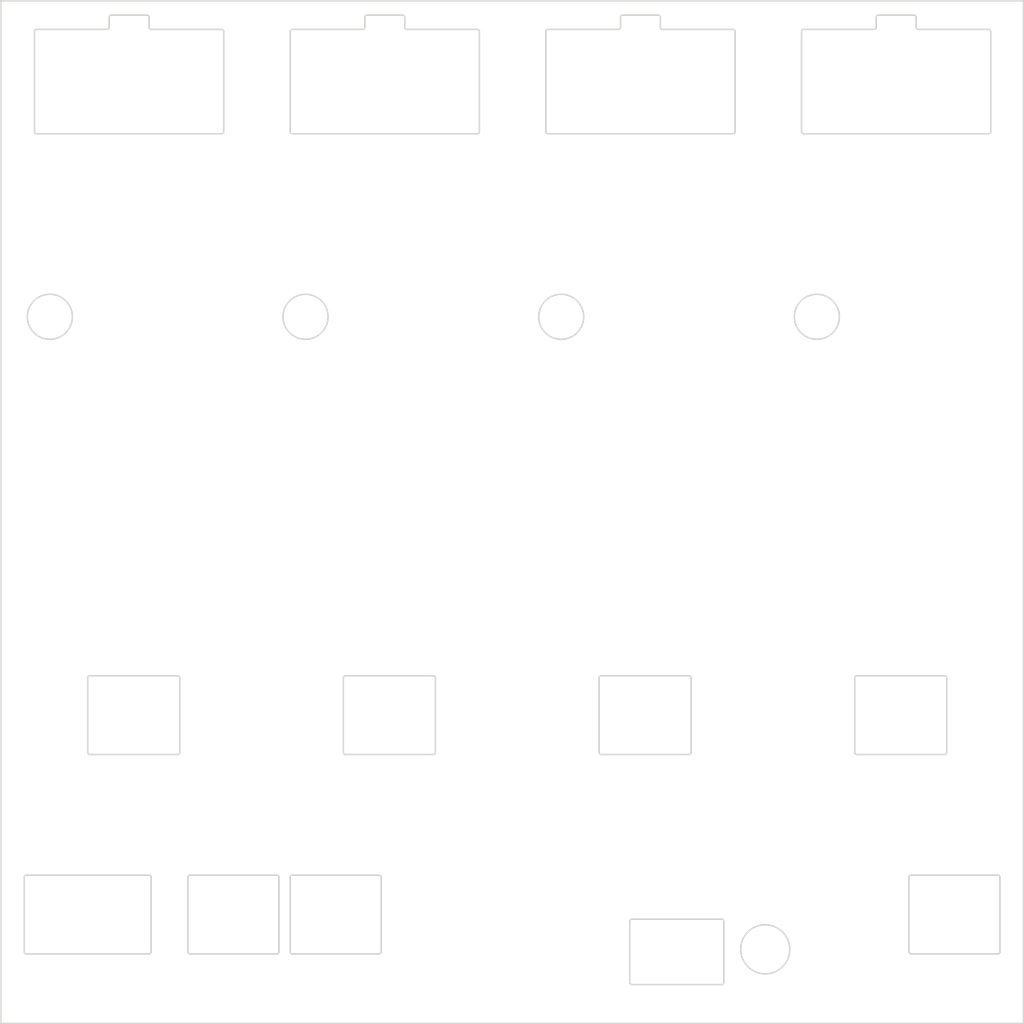
<source format=kicad_pcb>
(kicad_pcb (version 4) (host pcbnew 4.0.7+dfsg1-1~bpo9+1)

  (general
    (links 0)
    (no_connects 33)
    (area 99.924999 49.924999 200.075001 150.075001)
    (thickness 1.6)
    (drawings 218)
    (tracks 0)
    (zones 0)
    (modules 0)
    (nets 1)
  )

  (page A4)
  (layers
    (0 F.Cu signal)
    (31 B.Cu signal)
    (32 B.Adhes user)
    (33 F.Adhes user)
    (34 B.Paste user)
    (35 F.Paste user)
    (36 B.SilkS user)
    (37 F.SilkS user)
    (38 B.Mask user)
    (39 F.Mask user)
    (40 Dwgs.User user)
    (41 Cmts.User user)
    (42 Eco1.User user)
    (43 Eco2.User user)
    (44 Edge.Cuts user)
    (45 Margin user)
    (46 B.CrtYd user)
    (47 F.CrtYd user)
    (48 B.Fab user)
    (49 F.Fab user)
  )

  (setup
    (last_trace_width 0.3)
    (user_trace_width 0.3)
    (user_trace_width 0.5)
    (user_trace_width 0.7)
    (user_trace_width 1)
    (user_trace_width 1.5)
    (user_trace_width 2)
    (trace_clearance 0.19)
    (zone_clearance 0.2)
    (zone_45_only yes)
    (trace_min 0.3)
    (segment_width 0.2)
    (edge_width 0.15)
    (via_size 0.7)
    (via_drill 0.4)
    (via_min_size 0.7)
    (via_min_drill 0.4)
    (user_via 0.7 0.4)
    (user_via 1.1 0.7)
    (uvia_size 0.3)
    (uvia_drill 0.1)
    (uvias_allowed no)
    (uvia_min_size 0.2)
    (uvia_min_drill 0.1)
    (pcb_text_width 0.3)
    (pcb_text_size 1.5 1.5)
    (mod_edge_width 0.15)
    (mod_text_size 1 1)
    (mod_text_width 0.15)
    (pad_size 1.524 1.524)
    (pad_drill 0.762)
    (pad_to_mask_clearance 0.08)
    (aux_axis_origin 100 150)
    (grid_origin 100 150)
    (visible_elements FFFFFF7F)
    (pcbplotparams
      (layerselection 0x00030_80000001)
      (usegerberextensions false)
      (excludeedgelayer true)
      (linewidth 0.100000)
      (plotframeref false)
      (viasonmask false)
      (mode 1)
      (useauxorigin false)
      (hpglpennumber 1)
      (hpglpenspeed 20)
      (hpglpendiameter 15)
      (hpglpenoverlay 2)
      (psnegative false)
      (psa4output false)
      (plotreference true)
      (plotvalue true)
      (plotinvisibletext false)
      (padsonsilk false)
      (subtractmaskfromsilk false)
      (outputformat 1)
      (mirror false)
      (drillshape 1)
      (scaleselection 1)
      (outputdirectory ""))
  )

  (net 0 "")

  (net_class Default "This is the default net class."
    (clearance 0.19)
    (trace_width 0.3)
    (via_dia 0.7)
    (via_drill 0.4)
    (uvia_dia 0.3)
    (uvia_drill 0.1)
    (add_net /CANH)
    (add_net /CANL)
    (add_net /DATA)
    (add_net /ICSP_MISO)
    (add_net /ICSP_MOSI)
    (add_net /ICSP_SCK)
    (add_net /Output_1/6V_Regulator/BOOT)
    (add_net /Output_1/6V_Regulator/FB)
    (add_net /Output_1/DATA_+)
    (add_net /Output_1/DATA_-)
    (add_net /Output_1/DATA_ISO)
    (add_net /Output_1/IR_ON+)
    (add_net /Output_1/IR_ON-)
    (add_net /Output_1/TRIGGER)
    (add_net /Output_1/TRIGGER_ISO)
    (add_net /Output_1/~FAIL)
    (add_net /Output_2/6V_Regulator/BOOT)
    (add_net /Output_2/6V_Regulator/FB)
    (add_net /Output_2/DATA_+)
    (add_net /Output_2/DATA_-)
    (add_net /Output_2/DATA_ISO)
    (add_net /Output_2/IR_ON+)
    (add_net /Output_2/IR_ON-)
    (add_net /Output_2/TRIGGER_ISO)
    (add_net /Output_2/~FAIL)
    (add_net /Output_3/6V_Regulator/BOOT)
    (add_net /Output_3/6V_Regulator/FB)
    (add_net /Output_3/DATA_+)
    (add_net /Output_3/DATA_-)
    (add_net /Output_3/DATA_ISO)
    (add_net /Output_3/IR_ON+)
    (add_net /Output_3/IR_ON-)
    (add_net /Output_3/TRIGGER_ISO)
    (add_net /Output_3/~FAIL)
    (add_net /Output_4/6V_Regulator/BOOT)
    (add_net /Output_4/6V_Regulator/FB)
    (add_net /Output_4/DATA_+)
    (add_net /Output_4/DATA_-)
    (add_net /Output_4/DATA_ISO)
    (add_net /Output_4/IR_ON+)
    (add_net /Output_4/IR_ON-)
    (add_net /Output_4/TRIGGER_ISO)
    (add_net /Output_4/~FAIL)
    (add_net /RXCAN)
    (add_net /TXCAN)
    (add_net /XTAL1)
    (add_net /XTAL2)
    (add_net /~ICSP_RESET)
    (add_net "Net-(C17-Pad1)")
    (add_net "Net-(C26-Pad1)")
    (add_net "Net-(C35-Pad1)")
    (add_net "Net-(C44-Pad1)")
    (add_net "Net-(D1-Pad2)")
    (add_net "Net-(D10-Pad2)")
    (add_net "Net-(D11-Pad2)")
    (add_net "Net-(D2-Pad2)")
    (add_net "Net-(D4-Pad2)")
    (add_net "Net-(D5-Pad2)")
    (add_net "Net-(D7-Pad2)")
    (add_net "Net-(D8-Pad2)")
    (add_net "Net-(Q2-Pad3)")
    (add_net "Net-(Q4-Pad3)")
    (add_net "Net-(Q6-Pad3)")
    (add_net "Net-(Q8-Pad3)")
    (add_net "Net-(R14-Pad1)")
    (add_net "Net-(R19-Pad1)")
    (add_net "Net-(R4-Pad1)")
    (add_net "Net-(R9-Pad1)")
    (add_net "Net-(U14-Pad1)")
    (add_net "Net-(U14-Pad11)")
    (add_net "Net-(U14-Pad4)")
    (add_net "Net-(U19-Pad1)")
    (add_net "Net-(U19-Pad11)")
    (add_net "Net-(U19-Pad4)")
    (add_net "Net-(U2-Pad5)")
    (add_net "Net-(U3-Pad1)")
    (add_net "Net-(U3-Pad12)")
    (add_net "Net-(U3-Pad13)")
    (add_net "Net-(U3-Pad14)")
    (add_net "Net-(U3-Pad15)")
    (add_net "Net-(U3-Pad16)")
    (add_net "Net-(U3-Pad17)")
    (add_net "Net-(U3-Pad18)")
    (add_net "Net-(U3-Pad21)")
    (add_net "Net-(U3-Pad22)")
    (add_net "Net-(U3-Pad23)")
    (add_net "Net-(U3-Pad24)")
    (add_net "Net-(U3-Pad25)")
    (add_net "Net-(U3-Pad26)")
    (add_net "Net-(U3-Pad27)")
    (add_net "Net-(U3-Pad29)")
    (add_net "Net-(U3-Pad3)")
    (add_net "Net-(U3-Pad30)")
    (add_net "Net-(U3-Pad32)")
    (add_net "Net-(U4-Pad1)")
    (add_net "Net-(U4-Pad11)")
    (add_net "Net-(U4-Pad4)")
    (add_net "Net-(U9-Pad1)")
    (add_net "Net-(U9-Pad11)")
    (add_net "Net-(U9-Pad4)")
  )

  (net_class HighPower ""
    (clearance 0.19)
    (trace_width 2)
    (via_dia 1.1)
    (via_drill 0.7)
    (uvia_dia 0.3)
    (uvia_drill 0.1)
    (add_net /Output_1/PWRGND)
    (add_net /Output_1/V36)
    (add_net /Output_1/VSUPPLY)
    (add_net /Output_1/V_PROTECTED)
    (add_net /Output_2/PWRGND)
    (add_net /Output_2/V36)
    (add_net /Output_2/VSUPPLY)
    (add_net /Output_2/V_PROTECTED)
    (add_net /Output_3/PWRGND)
    (add_net /Output_3/V36)
    (add_net /Output_3/VSUPPLY)
    (add_net /Output_3/V_PROTECTED)
    (add_net /Output_4/PWRGND)
    (add_net /Output_4/V36)
    (add_net /Output_4/VSUPPLY)
    (add_net /Output_4/V_PROTECTED)
  )

  (net_class LowPower ""
    (clearance 0.19)
    (trace_width 0.7)
    (via_dia 1.1)
    (via_drill 0.7)
    (uvia_dia 0.3)
    (uvia_drill 0.1)
    (add_net +12V)
    (add_net +5V)
    (add_net /Output_1/V5)
    (add_net /Output_2/V5)
    (add_net /Output_3/V5)
    (add_net /Output_4/V5)
    (add_net GND)
  )

  (net_class MidPower ""
    (clearance 0.19)
    (trace_width 1)
    (via_dia 1.1)
    (via_drill 0.7)
    (uvia_dia 0.3)
    (uvia_drill 0.1)
    (add_net /Output_1/6V_Regulator/SW)
    (add_net /Output_1/V6)
    (add_net /Output_2/6V_Regulator/SW)
    (add_net /Output_2/V6)
    (add_net /Output_3/6V_Regulator/SW)
    (add_net /Output_3/V6)
    (add_net /Output_4/6V_Regulator/SW)
    (add_net /Output_4/V6)
  )

  (gr_line (start 197.5 143.2) (end 189 143.2) (layer Edge.Cuts) (width 0.15))
  (gr_line (start 197.7 135.7) (end 197.7 143) (layer Edge.Cuts) (width 0.15))
  (gr_line (start 189 135.5) (end 197.5 135.5) (layer Edge.Cuts) (width 0.15))
  (gr_line (start 188.8 143) (end 188.8 135.7) (layer Edge.Cuts) (width 0.15))
  (gr_arc (start 189 143) (end 189 143.2) (angle 90) (layer Edge.Cuts) (width 0.15))
  (gr_arc (start 197.5 143) (end 197.7 143) (angle 90) (layer Edge.Cuts) (width 0.15))
  (gr_arc (start 197.5 135.7) (end 197.5 135.5) (angle 90) (layer Edge.Cuts) (width 0.15))
  (gr_arc (start 189 135.7) (end 188.8 135.7) (angle 90) (layer Edge.Cuts) (width 0.15))
  (gr_circle (center 174.75 142.75) (end 177.15 142.75) (layer Edge.Cuts) (width 0.15))
  (gr_line (start 170.5 139.8) (end 161.7 139.8) (layer Edge.Cuts) (width 0.15))
  (gr_line (start 170.7 146) (end 170.7 140) (layer Edge.Cuts) (width 0.15))
  (gr_line (start 161.7 146.2) (end 170.5 146.2) (layer Edge.Cuts) (width 0.15))
  (gr_line (start 161.5 140) (end 161.5 146) (layer Edge.Cuts) (width 0.15))
  (gr_arc (start 161.7 146) (end 161.7 146.2) (angle 90) (layer Edge.Cuts) (width 0.15))
  (gr_arc (start 170.5 146) (end 170.7 146) (angle 90) (layer Edge.Cuts) (width 0.15))
  (gr_arc (start 170.5 140) (end 170.5 139.8) (angle 90) (layer Edge.Cuts) (width 0.15))
  (gr_arc (start 161.7 140) (end 161.5 140) (angle 90) (layer Edge.Cuts) (width 0.15))
  (gr_arc (start 127 135.7) (end 127 135.5) (angle 90) (layer Edge.Cuts) (width 0.15))
  (gr_arc (start 127 143) (end 127.2 143) (angle 90) (layer Edge.Cuts) (width 0.15))
  (gr_arc (start 128.5 143) (end 128.5 143.2) (angle 90) (layer Edge.Cuts) (width 0.15))
  (gr_arc (start 118.5 135.7) (end 118.3 135.7) (angle 90) (layer Edge.Cuts) (width 0.15))
  (gr_arc (start 118.5 143) (end 118.5 143.2) (angle 90) (layer Edge.Cuts) (width 0.15))
  (gr_arc (start 137 143) (end 137.2 143) (angle 90) (layer Edge.Cuts) (width 0.15))
  (gr_arc (start 137 135.7) (end 137 135.5) (angle 90) (layer Edge.Cuts) (width 0.15))
  (gr_arc (start 128.5 135.7) (end 128.3 135.7) (angle 90) (layer Edge.Cuts) (width 0.15))
  (gr_line (start 137 135.5) (end 128.5 135.5) (layer Edge.Cuts) (width 0.15))
  (gr_line (start 137.2 143) (end 137.2 135.7) (layer Edge.Cuts) (width 0.15))
  (gr_line (start 128.5 143.2) (end 137 143.2) (layer Edge.Cuts) (width 0.15))
  (gr_line (start 128.3 135.7) (end 128.3 143) (layer Edge.Cuts) (width 0.15))
  (gr_line (start 118.3 143) (end 118.3 135.7) (layer Edge.Cuts) (width 0.15))
  (gr_line (start 127 143.2) (end 118.5 143.2) (layer Edge.Cuts) (width 0.15))
  (gr_line (start 127.2 135.7) (end 127.2 143) (layer Edge.Cuts) (width 0.15))
  (gr_line (start 118.5 135.5) (end 127 135.5) (layer Edge.Cuts) (width 0.15))
  (gr_arc (start 102.5 143) (end 102.5 143.2) (angle 90) (layer Edge.Cuts) (width 0.15))
  (gr_arc (start 114.5 143) (end 114.7 143) (angle 90) (layer Edge.Cuts) (width 0.15))
  (gr_arc (start 114.5 135.7) (end 114.5 135.5) (angle 90) (layer Edge.Cuts) (width 0.15))
  (gr_arc (start 102.5 135.7) (end 102.3 135.7) (angle 90) (layer Edge.Cuts) (width 0.15))
  (gr_line (start 114.5 135.5) (end 102.5 135.5) (layer Edge.Cuts) (width 0.15))
  (gr_line (start 114.7 143) (end 114.7 135.7) (layer Edge.Cuts) (width 0.15))
  (gr_line (start 102.5 143.2) (end 114.5 143.2) (layer Edge.Cuts) (width 0.15))
  (gr_line (start 102.3 135.7) (end 102.3 143) (layer Edge.Cuts) (width 0.15))
  (gr_circle (center 179.8 80.9) (end 181.6 80.2) (layer Cmts.User) (width 0.2) (tstamp 5ACB8D65))
  (gr_circle (center 154.8 80.9) (end 156.6 80.2) (layer Cmts.User) (width 0.2) (tstamp 5ACB8D64))
  (gr_circle (center 129.8 80.9) (end 131.6 80.2) (layer Cmts.User) (width 0.2) (tstamp 5ACB8D63))
  (gr_line (start 178.5 62.8) (end 178.5 53) (layer Cmts.User) (width 0.2) (tstamp 5ACB8D62))
  (gr_line (start 153.5 62.8) (end 153.5 53) (layer Cmts.User) (width 0.2) (tstamp 5ACB8D61))
  (gr_line (start 128.5 62.8) (end 128.5 53) (layer Cmts.User) (width 0.2) (tstamp 5ACB8D60))
  (gr_line (start 196.6 62.8) (end 178.5 62.8) (layer Cmts.User) (width 0.2) (tstamp 5ACB8D5F))
  (gr_line (start 171.6 62.8) (end 153.5 62.8) (layer Cmts.User) (width 0.2) (tstamp 5ACB8D5E))
  (gr_line (start 146.6 62.8) (end 128.5 62.8) (layer Cmts.User) (width 0.2) (tstamp 5ACB8D5D))
  (gr_line (start 178.5 53) (end 185.8 53) (layer Cmts.User) (width 0.2) (tstamp 5ACB8D5C))
  (gr_line (start 153.5 53) (end 160.8 53) (layer Cmts.User) (width 0.2) (tstamp 5ACB8D5B))
  (gr_line (start 128.5 53) (end 135.8 53) (layer Cmts.User) (width 0.2) (tstamp 5ACB8D5A))
  (gr_line (start 196.6 53) (end 196.6 62.8) (layer Cmts.User) (width 0.2) (tstamp 5ACB8D59))
  (gr_line (start 171.6 53) (end 171.6 62.8) (layer Cmts.User) (width 0.2) (tstamp 5ACB8D58))
  (gr_line (start 146.6 53) (end 146.6 62.8) (layer Cmts.User) (width 0.2) (tstamp 5ACB8D57))
  (gr_line (start 189.3 53) (end 196.6 53) (layer Cmts.User) (width 0.2) (tstamp 5ACB8D56))
  (gr_line (start 164.3 53) (end 171.6 53) (layer Cmts.User) (width 0.2) (tstamp 5ACB8D55))
  (gr_line (start 139.3 53) (end 146.6 53) (layer Cmts.User) (width 0.2) (tstamp 5ACB8D54))
  (gr_line (start 189.2 51.6) (end 189.3 53) (layer Cmts.User) (width 0.2) (tstamp 5ACB8D53))
  (gr_line (start 164.2 51.6) (end 164.3 53) (layer Cmts.User) (width 0.2) (tstamp 5ACB8D52))
  (gr_line (start 139.2 51.6) (end 139.3 53) (layer Cmts.User) (width 0.2) (tstamp 5ACB8D51))
  (gr_line (start 185.8 51.6) (end 189.2 51.6) (layer Cmts.User) (width 0.2) (tstamp 5ACB8D50))
  (gr_line (start 160.8 51.6) (end 164.2 51.6) (layer Cmts.User) (width 0.2) (tstamp 5ACB8D4F))
  (gr_line (start 135.8 51.6) (end 139.2 51.6) (layer Cmts.User) (width 0.2) (tstamp 5ACB8D4E))
  (gr_line (start 185.8 53) (end 185.8 51.6) (layer Cmts.User) (width 0.2) (tstamp 5ACB8D4D))
  (gr_line (start 160.8 53) (end 160.8 51.6) (layer Cmts.User) (width 0.2) (tstamp 5ACB8D4C))
  (gr_line (start 135.8 53) (end 135.8 51.6) (layer Cmts.User) (width 0.2) (tstamp 5ACB8D4B))
  (gr_line (start 192.25 116.25) (end 192.25 123.5) (layer Cmts.User) (width 0.2) (tstamp 5ACB8D4A))
  (gr_line (start 167.25 116.25) (end 167.25 123.5) (layer Cmts.User) (width 0.2) (tstamp 5ACB8D49))
  (gr_line (start 142.25 116.25) (end 142.25 123.5) (layer Cmts.User) (width 0.2) (tstamp 5ACB8D48))
  (gr_line (start 183.75 116.25) (end 192.25 116.25) (layer Cmts.User) (width 0.2) (tstamp 5ACB8D47))
  (gr_line (start 158.75 116.25) (end 167.25 116.25) (layer Cmts.User) (width 0.2) (tstamp 5ACB8D46))
  (gr_line (start 133.75 116.25) (end 142.25 116.25) (layer Cmts.User) (width 0.2) (tstamp 5ACB8D45))
  (gr_line (start 183.75 123.5) (end 183.75 116.25) (layer Cmts.User) (width 0.2) (tstamp 5ACB8D44))
  (gr_line (start 158.75 123.5) (end 158.75 116.25) (layer Cmts.User) (width 0.2) (tstamp 5ACB8D43))
  (gr_line (start 133.75 123.5) (end 133.75 116.25) (layer Cmts.User) (width 0.2) (tstamp 5ACB8D42))
  (gr_line (start 192.25 123.5) (end 183.75 123.5) (layer Cmts.User) (width 0.2) (tstamp 5ACB8D41))
  (gr_line (start 167.25 123.5) (end 158.75 123.5) (layer Cmts.User) (width 0.2) (tstamp 5ACB8D40))
  (gr_line (start 142.25 123.5) (end 133.75 123.5) (layer Cmts.User) (width 0.2) (tstamp 5ACB8D3F))
  (gr_line (start 196.6 63) (end 178.5 63) (layer Edge.Cuts) (width 0.15) (tstamp 5ACB8D3E))
  (gr_line (start 171.6 63) (end 153.5 63) (layer Edge.Cuts) (width 0.15) (tstamp 5ACB8D3D))
  (gr_line (start 146.6 63) (end 128.5 63) (layer Edge.Cuts) (width 0.15) (tstamp 5ACB8D3C))
  (gr_arc (start 196.6 62.8) (end 196.8 62.8) (angle 90) (layer Edge.Cuts) (width 0.15) (tstamp 5ACB8D3B))
  (gr_arc (start 171.6 62.8) (end 171.8 62.8) (angle 90) (layer Edge.Cuts) (width 0.15) (tstamp 5ACB8D3A))
  (gr_arc (start 146.6 62.8) (end 146.8 62.8) (angle 90) (layer Edge.Cuts) (width 0.15) (tstamp 5ACB8D39))
  (gr_arc (start 183.7 123.5) (end 183.7 123.7) (angle 90) (layer Edge.Cuts) (width 0.15) (tstamp 5ACB8D38))
  (gr_arc (start 158.7 123.5) (end 158.7 123.7) (angle 90) (layer Edge.Cuts) (width 0.15) (tstamp 5ACB8D37))
  (gr_arc (start 133.7 123.5) (end 133.7 123.7) (angle 90) (layer Edge.Cuts) (width 0.15) (tstamp 5ACB8D36))
  (gr_arc (start 192.3 123.5) (end 192.5 123.5) (angle 90) (layer Edge.Cuts) (width 0.15) (tstamp 5ACB8D35))
  (gr_arc (start 167.3 123.5) (end 167.5 123.5) (angle 90) (layer Edge.Cuts) (width 0.15) (tstamp 5ACB8D34))
  (gr_arc (start 142.3 123.5) (end 142.5 123.5) (angle 90) (layer Edge.Cuts) (width 0.15) (tstamp 5ACB8D33))
  (gr_arc (start 192.3 116.2) (end 192.3 116) (angle 90) (layer Edge.Cuts) (width 0.15) (tstamp 5ACB8D32))
  (gr_arc (start 167.3 116.2) (end 167.3 116) (angle 90) (layer Edge.Cuts) (width 0.15) (tstamp 5ACB8D31))
  (gr_arc (start 142.3 116.2) (end 142.3 116) (angle 90) (layer Edge.Cuts) (width 0.15) (tstamp 5ACB8D30))
  (gr_arc (start 183.7 116.2) (end 183.5 116.2) (angle 90) (layer Edge.Cuts) (width 0.15) (tstamp 5ACB8D2F))
  (gr_arc (start 158.7 116.2) (end 158.5 116.2) (angle 90) (layer Edge.Cuts) (width 0.15) (tstamp 5ACB8D2E))
  (gr_arc (start 133.7 116.2) (end 133.5 116.2) (angle 90) (layer Edge.Cuts) (width 0.15) (tstamp 5ACB8D2D))
  (gr_line (start 192.3 116) (end 183.7 116) (layer Edge.Cuts) (width 0.15) (tstamp 5ACB8D2C))
  (gr_line (start 167.3 116) (end 158.7 116) (layer Edge.Cuts) (width 0.15) (tstamp 5ACB8D2B))
  (gr_line (start 142.3 116) (end 133.7 116) (layer Edge.Cuts) (width 0.15) (tstamp 5ACB8D2A))
  (gr_line (start 192.5 123.5) (end 192.5 116.2) (layer Edge.Cuts) (width 0.15) (tstamp 5ACB8D29))
  (gr_line (start 167.5 123.5) (end 167.5 116.2) (layer Edge.Cuts) (width 0.15) (tstamp 5ACB8D28))
  (gr_line (start 142.5 123.5) (end 142.5 116.2) (layer Edge.Cuts) (width 0.15) (tstamp 5ACB8D27))
  (gr_line (start 183.7 123.7) (end 192.3 123.7) (layer Edge.Cuts) (width 0.15) (tstamp 5ACB8D26))
  (gr_line (start 158.7 123.7) (end 167.3 123.7) (layer Edge.Cuts) (width 0.15) (tstamp 5ACB8D25))
  (gr_line (start 133.7 123.7) (end 142.3 123.7) (layer Edge.Cuts) (width 0.15) (tstamp 5ACB8D24))
  (gr_line (start 183.5 116.2) (end 183.5 123.5) (layer Edge.Cuts) (width 0.15) (tstamp 5ACB8D23))
  (gr_line (start 158.5 116.2) (end 158.5 123.5) (layer Edge.Cuts) (width 0.15) (tstamp 5ACB8D22))
  (gr_line (start 133.5 116.2) (end 133.5 123.5) (layer Edge.Cuts) (width 0.15) (tstamp 5ACB8D21))
  (gr_arc (start 196.6 53) (end 196.6 52.8) (angle 90) (layer Edge.Cuts) (width 0.15) (tstamp 5ACB8D20))
  (gr_arc (start 171.6 53) (end 171.6 52.8) (angle 90) (layer Edge.Cuts) (width 0.15) (tstamp 5ACB8D1F))
  (gr_arc (start 146.6 53) (end 146.6 52.8) (angle 90) (layer Edge.Cuts) (width 0.15) (tstamp 5ACB8D1E))
  (gr_line (start 196.8 53) (end 196.8 62.8) (layer Edge.Cuts) (width 0.15) (tstamp 5ACB8D1D))
  (gr_line (start 171.8 53) (end 171.8 62.8) (layer Edge.Cuts) (width 0.15) (tstamp 5ACB8D1C))
  (gr_line (start 146.8 53) (end 146.8 62.8) (layer Edge.Cuts) (width 0.15) (tstamp 5ACB8D1B))
  (gr_line (start 189.7 52.8) (end 196.6 52.8) (layer Edge.Cuts) (width 0.15) (tstamp 5ACB8D1A))
  (gr_line (start 164.7 52.8) (end 171.6 52.8) (layer Edge.Cuts) (width 0.15) (tstamp 5ACB8D19))
  (gr_line (start 139.7 52.8) (end 146.6 52.8) (layer Edge.Cuts) (width 0.15) (tstamp 5ACB8D18))
  (gr_line (start 178.5 52.8) (end 185.4 52.8) (layer Edge.Cuts) (width 0.15) (tstamp 5ACB8D17))
  (gr_line (start 153.5 52.8) (end 160.4 52.8) (layer Edge.Cuts) (width 0.15) (tstamp 5ACB8D16))
  (gr_line (start 128.5 52.8) (end 135.4 52.8) (layer Edge.Cuts) (width 0.15) (tstamp 5ACB8D15))
  (gr_arc (start 178.5 53) (end 178.3 53) (angle 90) (layer Edge.Cuts) (width 0.15) (tstamp 5ACB8D14))
  (gr_arc (start 153.5 53) (end 153.3 53) (angle 90) (layer Edge.Cuts) (width 0.15) (tstamp 5ACB8D13))
  (gr_arc (start 128.5 53) (end 128.3 53) (angle 90) (layer Edge.Cuts) (width 0.15) (tstamp 5ACB8D12))
  (gr_line (start 178.3 62.8) (end 178.3 53) (layer Edge.Cuts) (width 0.15) (tstamp 5ACB8D11))
  (gr_line (start 153.3 62.8) (end 153.3 53) (layer Edge.Cuts) (width 0.15) (tstamp 5ACB8D10))
  (gr_line (start 128.3 62.8) (end 128.3 53) (layer Edge.Cuts) (width 0.15) (tstamp 5ACB8D0F))
  (gr_arc (start 178.5 62.8) (end 178.5 63) (angle 90) (layer Edge.Cuts) (width 0.15) (tstamp 5ACB8D0E))
  (gr_arc (start 153.5 62.8) (end 153.5 63) (angle 90) (layer Edge.Cuts) (width 0.15) (tstamp 5ACB8D0D))
  (gr_arc (start 128.5 62.8) (end 128.5 63) (angle 90) (layer Edge.Cuts) (width 0.15) (tstamp 5ACB8D0C))
  (gr_circle (center 179.8 80.9) (end 182 81) (layer Edge.Cuts) (width 0.15) (tstamp 5ACB8D0B))
  (gr_circle (center 154.8 80.9) (end 157 81) (layer Edge.Cuts) (width 0.15) (tstamp 5ACB8D0A))
  (gr_circle (center 129.8 80.9) (end 132 81) (layer Edge.Cuts) (width 0.15) (tstamp 5ACB8D09))
  (gr_arc (start 189.7 52.6) (end 189.7 52.8) (angle 90) (layer Edge.Cuts) (width 0.15) (tstamp 5ACB8D08))
  (gr_arc (start 164.7 52.6) (end 164.7 52.8) (angle 90) (layer Edge.Cuts) (width 0.15) (tstamp 5ACB8D07))
  (gr_arc (start 139.7 52.6) (end 139.7 52.8) (angle 90) (layer Edge.Cuts) (width 0.15) (tstamp 5ACB8D06))
  (gr_line (start 189.5 51.6) (end 189.5 52.6) (layer Edge.Cuts) (width 0.15) (tstamp 5ACB8D05))
  (gr_line (start 164.5 51.6) (end 164.5 52.6) (layer Edge.Cuts) (width 0.15) (tstamp 5ACB8D04))
  (gr_line (start 139.5 51.6) (end 139.5 52.6) (layer Edge.Cuts) (width 0.15) (tstamp 5ACB8D03))
  (gr_arc (start 189.3 51.6) (end 189.3 51.4) (angle 90) (layer Edge.Cuts) (width 0.15) (tstamp 5ACB8D02))
  (gr_arc (start 164.3 51.6) (end 164.3 51.4) (angle 90) (layer Edge.Cuts) (width 0.15) (tstamp 5ACB8D01))
  (gr_arc (start 139.3 51.6) (end 139.3 51.4) (angle 90) (layer Edge.Cuts) (width 0.15) (tstamp 5ACB8D00))
  (gr_arc (start 185.8 51.6) (end 185.6 51.6) (angle 90) (layer Edge.Cuts) (width 0.15) (tstamp 5ACB8CFF))
  (gr_arc (start 160.8 51.6) (end 160.6 51.6) (angle 90) (layer Edge.Cuts) (width 0.15) (tstamp 5ACB8CFE))
  (gr_arc (start 135.8 51.6) (end 135.6 51.6) (angle 90) (layer Edge.Cuts) (width 0.15) (tstamp 5ACB8CFD))
  (gr_arc (start 185.4 52.6) (end 185.6 52.6) (angle 90) (layer Edge.Cuts) (width 0.15) (tstamp 5ACB8CFC))
  (gr_arc (start 160.4 52.6) (end 160.6 52.6) (angle 90) (layer Edge.Cuts) (width 0.15) (tstamp 5ACB8CFB))
  (gr_arc (start 135.4 52.6) (end 135.6 52.6) (angle 90) (layer Edge.Cuts) (width 0.15) (tstamp 5ACB8CFA))
  (gr_line (start 185.8 51.4) (end 189.3 51.4) (layer Edge.Cuts) (width 0.15) (tstamp 5ACB8CF9))
  (gr_line (start 160.8 51.4) (end 164.3 51.4) (layer Edge.Cuts) (width 0.15) (tstamp 5ACB8CF8))
  (gr_line (start 135.8 51.4) (end 139.3 51.4) (layer Edge.Cuts) (width 0.15) (tstamp 5ACB8CF7))
  (gr_line (start 185.6 52.6) (end 185.6 51.6) (layer Edge.Cuts) (width 0.15) (tstamp 5ACB8CF6))
  (gr_line (start 160.6 52.6) (end 160.6 51.6) (layer Edge.Cuts) (width 0.15) (tstamp 5ACB8CF5))
  (gr_line (start 135.6 52.6) (end 135.6 51.6) (layer Edge.Cuts) (width 0.15) (tstamp 5ACB8CF4))
  (gr_line (start 200 150) (end 100 150) (layer Edge.Cuts) (width 0.15))
  (gr_line (start 200 50) (end 200 150) (layer Edge.Cuts) (width 0.15))
  (gr_line (start 100 50) (end 200 50) (layer Edge.Cuts) (width 0.15))
  (gr_line (start 100 150) (end 100 50) (layer Edge.Cuts) (width 0.15))
  (gr_arc (start 108.7 123.5) (end 108.7 123.7) (angle 90) (layer Edge.Cuts) (width 0.15))
  (gr_arc (start 117.3 123.5) (end 117.5 123.5) (angle 90) (layer Edge.Cuts) (width 0.15))
  (gr_arc (start 117.3 116.2) (end 117.3 116) (angle 90) (layer Edge.Cuts) (width 0.15))
  (gr_arc (start 108.7 116.2) (end 108.5 116.2) (angle 90) (layer Edge.Cuts) (width 0.15))
  (gr_line (start 117.3 116) (end 108.7 116) (layer Edge.Cuts) (width 0.15))
  (gr_line (start 117.5 123.5) (end 117.5 116.2) (layer Edge.Cuts) (width 0.15))
  (gr_line (start 108.7 123.7) (end 117.3 123.7) (layer Edge.Cuts) (width 0.15))
  (gr_line (start 108.5 116.2) (end 108.5 123.5) (layer Edge.Cuts) (width 0.15))
  (gr_arc (start 103.5 62.8) (end 103.5 63) (angle 90) (layer Edge.Cuts) (width 0.15))
  (gr_arc (start 121.6 62.8) (end 121.8 62.8) (angle 90) (layer Edge.Cuts) (width 0.15))
  (gr_arc (start 121.6 53) (end 121.6 52.8) (angle 90) (layer Edge.Cuts) (width 0.15))
  (gr_arc (start 114.7 52.6) (end 114.7 52.8) (angle 90) (layer Edge.Cuts) (width 0.15))
  (gr_arc (start 114.3 51.6) (end 114.3 51.4) (angle 90) (layer Edge.Cuts) (width 0.15))
  (gr_arc (start 110.8 51.6) (end 110.6 51.6) (angle 90) (layer Edge.Cuts) (width 0.15))
  (gr_arc (start 110.4 52.6) (end 110.6 52.6) (angle 90) (layer Edge.Cuts) (width 0.15))
  (gr_arc (start 103.5 53) (end 103.3 53) (angle 90) (layer Edge.Cuts) (width 0.15))
  (gr_line (start 103.3 62.8) (end 103.3 53) (layer Edge.Cuts) (width 0.15))
  (gr_line (start 121.6 63) (end 103.5 63) (layer Edge.Cuts) (width 0.15))
  (gr_line (start 121.8 53) (end 121.8 62.8) (layer Edge.Cuts) (width 0.15))
  (gr_line (start 114.7 52.8) (end 121.6 52.8) (layer Edge.Cuts) (width 0.15))
  (gr_line (start 114.5 51.6) (end 114.5 52.6) (layer Edge.Cuts) (width 0.15))
  (gr_line (start 110.8 51.4) (end 114.3 51.4) (layer Edge.Cuts) (width 0.15))
  (gr_line (start 110.6 52.6) (end 110.6 51.6) (layer Edge.Cuts) (width 0.15))
  (gr_line (start 103.5 52.8) (end 110.4 52.8) (layer Edge.Cuts) (width 0.15))
  (gr_circle (center 104.8 80.9) (end 107 81) (layer Edge.Cuts) (width 0.15))
  (gr_line (start 103.5 62.8) (end 103.5 53) (layer Cmts.User) (width 0.2))
  (gr_line (start 121.6 62.8) (end 103.5 62.8) (layer Cmts.User) (width 0.2))
  (gr_line (start 121.6 53) (end 121.6 62.8) (layer Cmts.User) (width 0.2))
  (gr_line (start 114.3 53) (end 121.6 53) (layer Cmts.User) (width 0.2))
  (gr_line (start 114.2 51.6) (end 114.3 53) (layer Cmts.User) (width 0.2))
  (gr_line (start 110.8 51.6) (end 114.2 51.6) (layer Cmts.User) (width 0.2))
  (gr_line (start 110.8 53) (end 110.8 51.6) (layer Cmts.User) (width 0.2))
  (gr_line (start 103.5 53) (end 110.8 53) (layer Cmts.User) (width 0.2))
  (gr_circle (center 104.8 80.9) (end 106.6 80.2) (layer Cmts.User) (width 0.2))
  (gr_line (start 108.75 123.5) (end 108.75 116.25) (layer Cmts.User) (width 0.2))
  (gr_line (start 117.25 123.5) (end 108.75 123.5) (layer Cmts.User) (width 0.2))
  (gr_line (start 117.25 116.25) (end 117.25 123.5) (layer Cmts.User) (width 0.2))
  (gr_line (start 108.75 116.25) (end 117.25 116.25) (layer Cmts.User) (width 0.2))
  (gr_line (start 189 143) (end 189 135.75) (layer Cmts.User) (width 0.2))
  (gr_line (start 197.5 143) (end 189 143) (layer Cmts.User) (width 0.2))
  (gr_line (start 197.5 135.75) (end 197.5 143) (layer Cmts.User) (width 0.2))
  (gr_line (start 189 135.75) (end 197.5 135.75) (layer Cmts.User) (width 0.2))
  (gr_line (start 161.75 146) (end 161.75 140) (layer Cmts.User) (width 0.2))
  (gr_line (start 170.5 146) (end 161.75 146) (layer Cmts.User) (width 0.2))
  (gr_line (start 170.5 140) (end 170.5 146) (layer Cmts.User) (width 0.2))
  (gr_line (start 161.75 140) (end 170.5 140) (layer Cmts.User) (width 0.2))
  (gr_circle (center 174.75 142.75) (end 177 142) (layer Cmts.User) (width 0.2))
  (gr_line (start 128.5 143) (end 128.5 135.75) (layer Cmts.User) (width 0.2))
  (gr_line (start 137 143) (end 128.5 143) (layer Cmts.User) (width 0.2))
  (gr_line (start 137 135.75) (end 137 143) (layer Cmts.User) (width 0.2))
  (gr_line (start 128.5 135.75) (end 137 135.75) (layer Cmts.User) (width 0.2))
  (gr_line (start 118.5 143) (end 118.5 135.7) (layer Cmts.User) (width 0.2))
  (gr_line (start 127 143) (end 118.5 143) (layer Cmts.User) (width 0.2))
  (gr_line (start 127 135.75) (end 127 143) (layer Cmts.User) (width 0.2))
  (gr_line (start 118.5 135.75) (end 127 135.75) (layer Cmts.User) (width 0.2))
  (gr_line (start 114.5 135.75) (end 102.5 135.75) (layer Cmts.User) (width 0.2))
  (gr_line (start 114.5 143) (end 114.5 135.75) (layer Cmts.User) (width 0.2))
  (gr_line (start 102.5 143) (end 114.5 143) (layer Cmts.User) (width 0.2))
  (gr_line (start 102.5 135.75) (end 102.5 143) (layer Cmts.User) (width 0.2))

)

</source>
